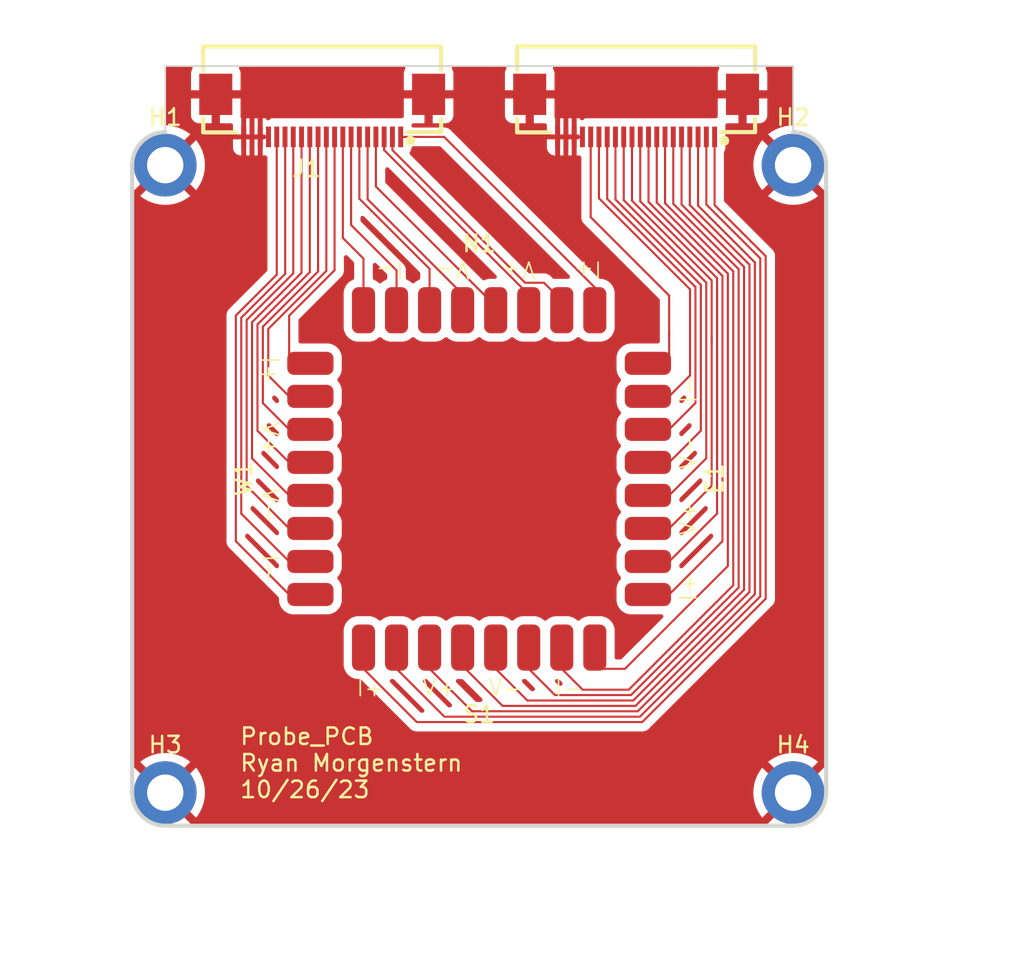
<source format=kicad_pcb>
(kicad_pcb (version 20221018) (generator pcbnew)
  (layers (0 "F.Cu" signal) (31 "B.Cu" signal) (34 "B.Paste" user) (35 "F.Paste" user) (36 "B.SilkS" user "B.Silkscreen") (37 "F.SilkS" user "F.Silkscreen") (38 "B.Mask" user) (39 "F.Mask" user) (44 "Edge.Cuts" user))
  (net 0 "")
  (net 1 "/S_I+")
  (net 2 "/S_V+")
  (net 3 "/S_V-")
  (net 4 "/S_I-")
  (net 5 "/E_I+")
  (net 6 "/E_V+")
  (net 7 "/E_V-")
  (net 8 "/E_I-")
  (net 9 "/W_I+")
  (net 10 "/W_V+")
  (net 11 "/W_V-")
  (net 12 "/W_I-")
  (net 13 "/N_I+")
  (net 14 "/N_V+")
  (net 15 "/N_V-")
  (net 16 "/N_I-")
  (net 17 "Net-(E1-Pin_2)")
  (net 18 "Net-(E1-Pin_4)")
  (net 19 "Net-(E1-Pin_6)")
  (net 20 "Net-(E1-Pin_8)")
  (net 21 "GND")
  (net 22 "Net-(J1-Pin_2)")
  (net 23 "Net-(J1-Pin_4)")
  (net 24 "Net-(J1-Pin_6)")
  (net 25 "Net-(J1-Pin_8)")
  (net 26 "Net-(J1-Pin_10)")
  (net 27 "Net-(J1-Pin_12)")
  (net 28 "Net-(J2-Pin_2)")
  (net 29 "Net-(J2-Pin_4)")
  (net 30 "Net-(J2-Pin_6)")
  (net 31 "Net-(J2-Pin_8)")
  (net 32 "Net-(J1-Pin_16)")
  (net 33 "Net-(J1-Pin_14)")
  (footprint "MountingHole:MountingHole_2.2mm_M2_DIN965_Pad" (layer "F.Cu") (at 19 -19)
    (fp_text reference "H2" (at 0 -2.9) (layer "F.SilkS"))
    (fp_text value "MountingHole_Pad")
    (pad "1" thru_hole circle (at 0 0) (size 3.8 3.8) (drill 2.2) (layers "*.Cu" "*.Mask") (net 21 "GND"))
  )
  (footprint "0_led_probe_footprint_lib:wirebond_8x_0.6x2cm" (layer "F.Cu") (at 0 0)
    (fp_text reference "S1" (at 0 14.25) (layer "F.SilkS"))
    (fp_text value "Conn_01x08")
    (fp_text user "V+" (at -3.5 13.25 unlocked) (layer "F.SilkS") (effects (font (thickness 0.1)) (justify left bottom)))
    (fp_text user "I-" (at 4.5 13.25 unlocked) (layer "F.SilkS") (effects (font (thickness 0.1)) (justify left bottom)))
    (fp_text user "I+" (at -7.5 13.25 unlocked) (layer "F.SilkS") (effects (font (thickness 0.1)) (justify left bottom)))
    (fp_text user "V-" (at 0.5 13.25 unlocked) (layer "F.SilkS") (effects (font (thickness 0.1)) (justify left bottom)))
    (pad "1" smd roundrect (at -7 10.2145) (size 1.4 2.8) (layers "F.Cu" "F.Paste" "F.Mask") (roundrect_rratio 0.2857142857) (net 1 "/S_I+"))
    (pad "2" smd roundrect (at -5 10.2145) (size 1.4 2.8) (layers "F.Cu" "F.Paste" "F.Mask") (roundrect_rratio 0.2857142857) (net 28 "Net-(J2-Pin_2)"))
    (pad "3" smd roundrect (at -3 10.2145) (size 1.4 2.8) (layers "F.Cu" "F.Paste" "F.Mask") (roundrect_rratio 0.2857142857) (net 2 "/S_V+"))
    (pad "4" smd roundrect (at -1 10.2145) (size 1.4 2.8) (layers "F.Cu" "F.Paste" "F.Mask") (roundrect_rratio 0.2857142857) (net 29 "Net-(J2-Pin_4)"))
    (pad "5" smd roundrect (at 1 10.2145) (size 1.4 2.8) (layers "F.Cu" "F.Paste" "F.Mask") (roundrect_rratio 0.2857142857) (net 3 "/S_V-"))
    (pad "6" smd roundrect (at 3 10.2145) (size 1.4 2.8) (layers "F.Cu" "F.Paste" "F.Mask") (roundrect_rratio 0.2857142857) (net 30 "Net-(J2-Pin_6)"))
    (pad "7" smd roundrect (at 5 10.2145) (size 1.4 2.8) (layers "F.Cu" "F.Paste" "F.Mask") (roundrect_rratio 0.2857142857) (net 4 "/S_I-"))
    (pad "8" smd roundrect (at 7 10.2145) (size 1.4 2.8) (layers "F.Cu" "F.Paste" "F.Mask") (roundrect_rratio 0.2857142857) (net 31 "Net-(J2-Pin_8)"))
  )
  (footprint "0_led_probe_footprint_lib:wirebond_8x_0.6x2cm" (layer "F.Cu") (at 0 0 90)
    (fp_text reference "E1" (at 0 14.25 90) (layer "F.SilkS"))
    (fp_text value "Conn_01x08")
    (fp_text user "I-" (at 4.5 13.25 90 unlocked) (layer "F.SilkS") (effects (font (thickness 0.1)) (justify left bottom)))
    (fp_text user "V-" (at 0.5 13.25 90 unlocked) (layer "F.SilkS") (effects (font (thickness 0.1)) (justify left bottom)))
    (fp_text user "V+" (at -3.5 13.25 90 unlocked) (layer "F.SilkS") (effects (font (thickness 0.1)) (justify left bottom)))
    (fp_text user "I+" (at -7.5 13.25 90 unlocked) (layer "F.SilkS") (effects (font (thickness 0.1)) (justify left bottom)))
    (pad "1" smd roundrect (at -7 10.2145 90) (size 1.4 2.8) (layers "F.Cu" "F.Paste" "F.Mask") (roundrect_rratio 0.2857142857) (net 5 "/E_I+"))
    (pad "2" smd roundrect (at -5 10.2145 90) (size 1.4 2.8) (layers "F.Cu" "F.Paste" "F.Mask") (roundrect_rratio 0.2857142857) (net 17 "Net-(E1-Pin_2)"))
    (pad "3" smd roundrect (at -3 10.2145 90) (size 1.4 2.8) (layers "F.Cu" "F.Paste" "F.Mask") (roundrect_rratio 0.2857142857) (net 6 "/E_V+"))
    (pad "4" smd roundrect (at -1 10.2145 90) (size 1.4 2.8) (layers "F.Cu" "F.Paste" "F.Mask") (roundrect_rratio 0.2857142857) (net 18 "Net-(E1-Pin_4)"))
    (pad "5" smd roundrect (at 1 10.2145 90) (size 1.4 2.8) (layers "F.Cu" "F.Paste" "F.Mask") (roundrect_rratio 0.2857142857) (net 7 "/E_V-"))
    (pad "6" smd roundrect (at 3 10.2145 90) (size 1.4 2.8) (layers "F.Cu" "F.Paste" "F.Mask") (roundrect_rratio 0.2857142857) (net 19 "Net-(E1-Pin_6)"))
    (pad "7" smd roundrect (at 5 10.2145 90) (size 1.4 2.8) (layers "F.Cu" "F.Paste" "F.Mask") (roundrect_rratio 0.2857142857) (net 8 "/E_I-"))
    (pad "8" smd roundrect (at 7 10.2145 90) (size 1.4 2.8) (layers "F.Cu" "F.Paste" "F.Mask") (roundrect_rratio 0.2857142857) (net 20 "Net-(E1-Pin_8)"))
  )
  (footprint "0_led_probe_footprint_lib:FPC-SMD_20P-P0.50_XUNPU_FPC-05F-20PH20" (layer "F.Cu") (at -9.5 -22 180)
    (fp_text reference "J1" (at 0 -3.207) (layer "F.SilkS") (effects (justify right)))
    (fp_text value "Conn_01x22")
    (fp_line (start -7.2 -1) (end -5.131 -1) (stroke (width 0.254)) (layer "F.SilkS"))
    (fp_line (start -7.2 -0.194) (end -7.2 -1) (stroke (width 0.254)) (layer "F.SilkS"))
    (fp_line (start -7.2 3.912) (end -7.2 2.769) (stroke (width 0.254)) (layer "F.SilkS"))
    (fp_line (start -7.2 3.912) (end -7.2 4.191) (stroke (width 0.254)) (layer "F.SilkS"))
    (fp_line (start -7.2 4.191) (end 7.2 4.191) (stroke (width 0.254)) (layer "F.SilkS"))
    (fp_line (start 7.2 -1.016) (end 5.223 -1.016) (stroke (width 0.254)) (layer "F.SilkS"))
    (fp_line (start 7.2 -0.194) (end 7.2 -1.016) (stroke (width 0.254)) (layer "F.SilkS"))
    (fp_line (start 7.2 3.912) (end 7.2 2.769) (stroke (width 0.254)) (layer "F.SilkS"))
    (fp_line (start 7.2 3.912) (end 7.2 4.191) (stroke (width 0.254)) (layer "F.SilkS"))
    (fp_circle (center -5.334 -1.524) (end -5.184 -1.524) (stroke (width 0.3)) (fill none) (layer "F.SilkS"))
    (pad "1" smd rect (at -4.75 -1.288 180) (size 0.3 1.25) (layers "F.Cu" "F.Paste" "F.Mask") (net 13 "/N_I+"))
    (pad "2" smd rect (at -4.25 -1.288 180) (size 0.3 1.25) (layers "F.Cu" "F.Paste" "F.Mask") (net 22 "Net-(J1-Pin_2)"))
    (pad "3" smd rect (at -3.75 -1.288 180) (size 0.3 1.25) (layers "F.Cu" "F.Paste" "F.Mask") (net 14 "/N_V+"))
    (pad "4" smd rect (at -3.25 -1.288 180) (size 0.3 1.25) (layers "F.Cu" "F.Paste" "F.Mask") (net 23 "Net-(J1-Pin_4)"))
    (pad "5" smd rect (at -2.75 -1.288 180) (size 0.3 1.25) (layers "F.Cu" "F.Paste" "F.Mask") (net 15 "/N_V-"))
    (pad "6" smd rect (at -2.25 -1.288 180) (size 0.3 1.25) (layers "F.Cu" "F.Paste" "F.Mask") (net 24 "Net-(J1-Pin_6)"))
    (pad "7" smd rect (at -1.75 -1.288 180) (size 0.3 1.25) (layers "F.Cu" "F.Paste" "F.Mask") (net 16 "/N_I-"))
    (pad "8" smd rect (at -1.25 -1.288 180) (size 0.3 1.25) (layers "F.Cu" "F.Paste" "F.Mask") (net 25 "Net-(J1-Pin_8)"))
    (pad "9" smd rect (at -0.75 -1.288 180) (size 0.3 1.25) (layers "F.Cu" "F.Paste" "F.Mask") (net 9 "/W_I+"))
    (pad "10" smd rect (at -0.25 -1.288 180) (size 0.3 1.25) (layers "F.Cu" "F.Paste" "F.Mask") (net 26 "Net-(J1-Pin_10)"))
    (pad "11" smd rect (at 0.25 -1.288 180) (size 0.3 1.25) (layers "F.Cu" "F.Paste" "F.Mask") (net 10 "/W_V+"))
    (pad "12" smd rect (at 0.75 -1.288 180) (size 0.3 1.25) (layers "F.Cu" "F.Paste" "F.Mask") (net 27 "Net-(J1-Pin_12)"))
    (pad "13" smd rect (at 1.25 -1.288 180) (size 0.3 1.25) (layers "F.Cu" "F.Paste" "F.Mask") (net 11 "/W_V-"))
    (pad "14" smd rect (at 1.75 -1.288 180) (size 0.3 1.25) (layers "F.Cu" "F.Paste" "F.Mask") (net 33 "Net-(J1-Pin_14)"))
    (pad "15" smd rect (at 2.25 -1.288 180) (size 0.3 1.25) (layers "F.Cu" "F.Paste" "F.Mask") (net 12 "/W_I-"))
    (pad "16" smd rect (at 2.75 -1.288 180) (size 0.3 1.25) (layers "F.Cu" "F.Paste" "F.Mask") (net 32 "Net-(J1-Pin_16)"))
    (pad "17" smd rect (at 3.25 -1.288 180) (size 0.3 1.25) (layers "F.Cu" "F.Paste" "F.Mask") (net 21 "GND"))
    (pad "18" smd rect (at 3.75 -1.288 180) (size 0.3 1.25) (layers "F.Cu" "F.Paste" "F.Mask") (net 21 "GND"))
    (pad "19" smd rect (at 4.25 -1.288 180) (size 0.3 1.25) (layers "F.Cu" "F.Paste" "F.Mask") (net 21 "GND"))
    (pad "20" smd rect (at 4.75 -1.288 180) (size 0.3 1.25) (layers "F.Cu" "F.Paste" "F.Mask") (net 21 "GND"))
    (pad "21" smd rect (at 6.44 1.287 180) (size 2 2.5) (layers "F.Cu" "F.Paste" "F.Mask") (net 21 "GND"))
    (pad "22" smd rect (at -6.44 1.287 180) (size 2 2.5) (layers "F.Cu" "F.Paste" "F.Mask") (net 21 "GND"))
  )
  (footprint "0_led_probe_footprint_lib:FPC-SMD_20P-P0.50_XUNPU_FPC-05F-20PH20" (layer "F.Cu") (at 9.5 -22 180)
    (fp_text reference "J2" hide)
    (fp_text value "Conn_01x22")
    (fp_line (start -7.2 -1) (end -5.131 -1) (stroke (width 0.254)) (layer "F.SilkS"))
    (fp_line (start -7.2 -0.194) (end -7.2 -1) (stroke (width 0.254)) (layer "F.SilkS"))
    (fp_line (start -7.2 3.912) (end -7.2 2.769) (stroke (width 0.254)) (layer "F.SilkS"))
    (fp_line (start -7.2 3.912) (end -7.2 4.191) (stroke (width 0.254)) (layer "F.SilkS"))
    (fp_line (start -7.2 4.191) (end 7.2 4.191) (stroke (width 0.254)) (layer "F.SilkS"))
    (fp_line (start 7.2 -1.016) (end 5.223 -1.016) (stroke (width 0.254)) (layer "F.SilkS"))
    (fp_line (start 7.2 -0.194) (end 7.2 -1.016) (stroke (width 0.254)) (layer "F.SilkS"))
    (fp_line (start 7.2 3.912) (end 7.2 2.769) (stroke (width 0.254)) (layer "F.SilkS"))
    (fp_line (start 7.2 3.912) (end 7.2 4.191) (stroke (width 0.254)) (layer "F.SilkS"))
    (fp_circle (center -5.334 -1.524) (end -5.184 -1.524) (stroke (width 0.3)) (fill none) (layer "F.SilkS"))
    (pad "1" smd rect (at -4.75 -1.288 180) (size 0.3 1.25) (layers "F.Cu" "F.Paste" "F.Mask") (net 1 "/S_I+"))
    (pad "2" smd rect (at -4.25 -1.288 180) (size 0.3 1.25) (layers "F.Cu" "F.Paste" "F.Mask") (net 28 "Net-(J2-Pin_2)"))
    (pad "3" smd rect (at -3.75 -1.288 180) (size 0.3 1.25) (layers "F.Cu" "F.Paste" "F.Mask") (net 2 "/S_V+"))
    (pad "4" smd rect (at -3.25 -1.288 180) (size 0.3 1.25) (layers "F.Cu" "F.Paste" "F.Mask") (net 29 "Net-(J2-Pin_4)"))
    (pad "5" smd rect (at -2.75 -1.288 180) (size 0.3 1.25) (layers "F.Cu" "F.Paste" "F.Mask") (net 3 "/S_V-"))
    (pad "6" smd rect (at -2.25 -1.288 180) (size 0.3 1.25) (layers "F.Cu" "F.Paste" "F.Mask") (net 30 "Net-(J2-Pin_6)"))
    (pad "7" smd rect (at -1.75 -1.288 180) (size 0.3 1.25) (layers "F.Cu" "F.Paste" "F.Mask") (net 4 "/S_I-"))
    (pad "8" smd rect (at -1.25 -1.288 180) (size 0.3 1.25) (layers "F.Cu" "F.Paste" "F.Mask") (net 31 "Net-(J2-Pin_8)"))
    (pad "9" smd rect (at -0.75 -1.288 180) (size 0.3 1.25) (layers "F.Cu" "F.Paste" "F.Mask") (net 5 "/E_I+"))
    (pad "10" smd rect (at -0.25 -1.288 180) (size 0.3 1.25) (layers "F.Cu" "F.Paste" "F.Mask") (net 17 "Net-(E1-Pin_2)"))
    (pad "11" smd rect (at 0.25 -1.288 180) (size 0.3 1.25) (layers "F.Cu" "F.Paste" "F.Mask") (net 6 "/E_V+"))
    (pad "12" smd rect (at 0.75 -1.288 180) (size 0.3 1.25) (layers "F.Cu" "F.Paste" "F.Mask") (net 18 "Net-(E1-Pin_4)"))
    (pad "13" smd rect (at 1.25 -1.288 180) (size 0.3 1.25) (layers "F.Cu" "F.Paste" "F.Mask") (net 7 "/E_V-"))
    (pad "14" smd rect (at 1.75 -1.288 180) (size 0.3 1.25) (layers "F.Cu" "F.Paste" "F.Mask") (net 19 "Net-(E1-Pin_6)"))
    (pad "15" smd rect (at 2.25 -1.288 180) (size 0.3 1.25) (layers "F.Cu" "F.Paste" "F.Mask") (net 8 "/E_I-"))
    (pad "16" smd rect (at 2.75 -1.288 180) (size 0.3 1.25) (layers "F.Cu" "F.Paste" "F.Mask") (net 20 "Net-(E1-Pin_8)"))
    (pad "17" smd rect (at 3.25 -1.288 180) (size 0.3 1.25) (layers "F.Cu" "F.Paste" "F.Mask") (net 21 "GND"))
    (pad "18" smd rect (at 3.75 -1.288 180) (size 0.3 1.25) (layers "F.Cu" "F.Paste" "F.Mask") (net 21 "GND"))
    (pad "19" smd rect (at 4.25 -1.288 180) (size 0.3 1.25) (layers "F.Cu" "F.Paste" "F.Mask") (net 21 "GND"))
    (pad "20" smd rect (at 4.75 -1.288 180) (size 0.3 1.25) (layers "F.Cu" "F.Paste" "F.Mask") (net 21 "GND"))
    (pad "21" smd rect (at 6.44 1.287 180) (size 2 2.5) (layers "F.Cu" "F.Paste" "F.Mask") (net 21 "GND"))
    (pad "22" smd rect (at -6.44 1.287 180) (size 2 2.5) (layers "F.Cu" "F.Paste" "F.Mask") (net 21 "GND"))
  )
  (footprint "0_led_probe_footprint_lib:wirebond_8x_0.6x2cm" (layer "F.Cu") (at 0 0 -90)
    (fp_text reference "W1" (at 0 14.25 -90) (layer "F.SilkS"))
    (fp_text value "Conn_01x08")
    (fp_text user "V+" (at -3.5 13.25 -90 unlocked) (layer "F.SilkS") (effects (font (thickness 0.1)) (justify left bottom)))
    (fp_text user "V-" (at 0.5 13.25 -90 unlocked) (layer "F.SilkS") (effects (font (thickness 0.1)) (justify left bottom)))
    (fp_text user "I+" (at -7.5 13.25 -90 unlocked) (layer "F.SilkS") (effects (font (thickness 0.1)) (justify left bottom)))
    (fp_text user "I-" (at 4.5 13.25 -90 unlocked) (layer "F.SilkS") (effects (font (thickness 0.1)) (justify left bottom)))
    (pad "1" smd roundrect (at -7 10.2145 270) (size 1.4 2.8) (layers "F.Cu" "F.Paste" "F.Mask") (roundrect_rratio 0.2857142857) (net 9 "/W_I+"))
    (pad "2" smd roundrect (at -5 10.2145 270) (size 1.4 2.8) (layers "F.Cu" "F.Paste" "F.Mask") (roundrect_rratio 0.2857142857) (net 26 "Net-(J1-Pin_10)"))
    (pad "3" smd roundrect (at -3 10.2145 270) (size 1.4 2.8) (layers "F.Cu" "F.Paste" "F.Mask") (roundrect_rratio 0.2857142857) (net 10 "/W_V+"))
    (pad "4" smd roundrect (at -1 10.2145 270) (size 1.4 2.8) (layers "F.Cu" "F.Paste" "F.Mask") (roundrect_rratio 0.2857142857) (net 27 "Net-(J1-Pin_12)"))
    (pad "5" smd roundrect (at 1 10.2145 270) (size 1.4 2.8) (layers "F.Cu" "F.Paste" "F.Mask") (roundrect_rratio 0.2857142857) (net 11 "/W_V-"))
    (pad "6" smd roundrect (at 3 10.2145 270) (size 1.4 2.8) (layers "F.Cu" "F.Paste" "F.Mask") (roundrect_rratio 0.2857142857) (net 33 "Net-(J1-Pin_14)"))
    (pad "7" smd roundrect (at 5 10.2145 270) (size 1.4 2.8) (layers "F.Cu" "F.Paste" "F.Mask") (roundrect_rratio 0.2857142857) (net 12 "/W_I-"))
    (pad "8" smd roundrect (at 7 10.2145 270) (size 1.4 2.8) (layers "F.Cu" "F.Paste" "F.Mask") (roundrect_rratio 0.2857142857) (net 32 "Net-(J1-Pin_16)"))
  )
  (footprint "0_led_probe_footprint_lib:wirebond_8x_0.6x2cm" (layer "F.Cu") (at 0 0 180)
    (fp_text reference "N1" (at 0 14.25 180) (layer "F.SilkS"))
    (fp_text value "Conn_01x08")
    (fp_text user "I+" (at -7.5 13.25 180 unlocked) (layer "F.SilkS") (effects (font (thickness 0.1)) (justify left bottom)))
    (fp_text user "I-" (at 4.5 13.25 180 unlocked) (layer "F.SilkS") (effects (font (thickness 0.1)) (justify left bottom)))
    (fp_text user "V+" (at -3.5 13.25 180 unlocked) (layer "F.SilkS") (effects (font (thickness 0.1)) (justify left bottom)))
    (fp_text user "V-" (at 0.5 13.25 180 unlocked) (layer "F.SilkS") (effects (font (thickness 0.1)) (justify left bottom)))
    (pad "1" smd roundrect (at -7 10.2145 180) (size 1.4 2.8) (layers "F.Cu" "F.Paste" "F.Mask") (roundrect_rratio 0.2857142857) (net 13 "/N_I+"))
    (pad "2" smd roundrect (at -5 10.2145 180) (size 1.4 2.8) (layers "F.Cu" "F.Paste" "F.Mask") (roundrect_rratio 0.2857142857) (net 22 "Net-(J1-Pin_2)"))
    (pad "3" smd roundrect (at -3 10.2145 180) (size 1.4 2.8) (layers "F.Cu" "F.Paste" "F.Mask") (roundrect_rratio 0.2857142857) (net 14 "/N_V+"))
    (pad "4" smd roundrect (at -1 10.2145 180) (size 1.4 2.8) (layers "F.Cu" "F.Paste" "F.Mask") (roundrect_rratio 0.2857142857) (net 23 "Net-(J1-Pin_4)"))
    (pad "5" smd roundrect (at 1 10.2145 180) (size 1.4 2.8) (layers "F.Cu" "F.Paste" "F.Mask") (roundrect_rratio 0.2857142857) (net 15 "/N_V-"))
    (pad "6" smd roundrect (at 3 10.2145 180) (size 1.4 2.8) (layers "F.Cu" "F.Paste" "F.Mask") (roundrect_rratio 0.2857142857) (net 24 "Net-(J1-Pin_6)"))
    (pad "7" smd roundrect (at 5 10.2145 180) (size 1.4 2.8) (layers "F.Cu" "F.Paste" "F.Mask") (roundrect_rratio 0.2857142857) (net 16 "/N_I-"))
    (pad "8" smd roundrect (at 7 10.2145 180) (size 1.4 2.8) (layers "F.Cu" "F.Paste" "F.Mask") (roundrect_rratio 0.2857142857) (net 25 "Net-(J1-Pin_8)"))
  )
  (footprint "MountingHole:MountingHole_2.2mm_M2_DIN965_Pad" (layer "F.Cu") (at 19 19)
    (fp_text reference "H4" (at 0 -2.9) (layer "F.SilkS"))
    (fp_text value "MountingHole_Pad")
    (pad "1" thru_hole circle (at 0 0) (size 3.8 3.8) (drill 2.2) (layers "*.Cu" "*.Mask") (net 21 "GND"))
  )
  (footprint "MountingHole:MountingHole_2.2mm_M2_DIN965_Pad" (layer "F.Cu") (at -19 19)
    (fp_text reference "H3" (at 0 -2.9) (layer "F.SilkS"))
    (fp_text value "MountingHole_Pad")
    (pad "1" thru_hole circle (at 0 0) (size 3.8 3.8) (drill 2.2) (layers "*.Cu" "*.Mask") (net 21 "GND"))
  )
  (footprint "MountingHole:MountingHole_2.2mm_M2_DIN965_Pad" (layer "F.Cu") (at -19 -19)
    (fp_text reference "H1" (at 0 -2.9) (layer "F.SilkS"))
    (fp_text value "MountingHole_Pad")
    (pad "1" thru_hole circle (at 0 0) (size 3.8 3.8) (drill 2.2) (layers "*.Cu" "*.Mask") (net 21 "GND"))
  )
  (gr_arc (start 19 -21) (mid 20.414214 -20.414214) (end 21 -19) (stroke (width 0.25)) (layer "Edge.Cuts"))
  (gr_arc (start 21 19) (mid 20.414214 20.414214) (end 19 21) (stroke (width 0.25)) (layer "Edge.Cuts"))
  (gr_arc (start -19 21) (mid -20.414214 20.414214) (end -21 19) (stroke (width 0.25)) (layer "Edge.Cuts"))
  (gr_line (start -19 -25) (end 19 -25) (stroke (width 0.1)) (layer "Edge.Cuts"))
  (gr_line (start -21 -19) (end -21 19) (stroke (width 0.25)) (layer "Edge.Cuts"))
  (gr_line (start -19 21) (end 19 21) (stroke (width 0.25)) (layer "Edge.Cuts"))
  (gr_line (start 21 19) (end 21 -19) (stroke (width 0.25)) (layer "Edge.Cuts"))
  (gr_line (start -19 -21) (end -19 -25) (stroke (width 0.1)) (layer "Edge.Cuts"))
  (gr_line (start 19 -21) (end 19 -25) (stroke (width 0.1)) (layer "Edge.Cuts"))
  (gr_arc (start -21 -19) (mid -20.414214 -20.414214) (end -19 -21) (stroke (width 0.25)) (layer "Edge.Cuts"))
  (gr_text "Probe_PCB\nRyan Morgenstern\n10/26/23" (at -14.55 19.4) (layer "F.SilkS") (effects (font (size 1 1)) (justify left bottom)))
  (segment (start -3.7745 14.7255) (end 9.869188 14.7255) (width 0.127) (layer "F.Cu") (net 1))
  (segment (start 17.3415 7.253188) (end 17.3415 -13.4885) (width 0.127) (layer "F.Cu") (net 1))
  (segment (start 17.3415 -13.4885) (end 14.25 -16.58) (width 0.127) (layer "F.Cu") (net 1))
  (segment (start 9.869188 14.7255) (end 17.3415 7.253188) (width 0.127) (layer "F.Cu") (net 1))
  (segment (start -7 9.7145) (end -7 11.5) (width 0.127) (layer "F.Cu") (net 1))
  (segment (start 14.25 -20.712) (end 14.25 -16.58) (width 0.127) (layer "F.Cu") (net 1))
  (segment (start -7 11.5) (end -3.7745 14.7255) (width 0.127) (layer "F.Cu") (net 1))
  (segment (start 16.6875 6.982292) (end 9.598292 14.0715) (width 0.127) (layer "F.Cu") (net 2))
  (segment (start -3 11.5) (end -3 9.7145) (width 0.127) (layer "F.Cu") (net 2))
  (segment (start 9.598292 14.0715) (end -0.4285 14.0715) (width 0.127) (layer "F.Cu") (net 2))
  (segment (start 13.25 -16.545) (end 16.6875 -13.1075) (width 0.127) (layer "F.Cu") (net 2))
  (segment (start 13.25 -20.712) (end 13.25 -16.545) (width 0.127) (layer "F.Cu") (net 2))
  (segment (start -0.4285 14.0715) (end -3 11.5) (width 0.127) (layer "F.Cu") (net 2))
  (segment (start 16.6875 -13.1075) (end 16.6875 6.982292) (width 0.127) (layer "F.Cu") (net 2))
  (segment (start 12.25 -16.620104) (end 16.0335 -12.836604) (width 0.127) (layer "F.Cu") (net 3))
  (segment (start 1 11.5) (end 1 9.7145) (width 0.127) (layer "F.Cu") (net 3))
  (segment (start 12.25 -20.712) (end 12.25 -16.620104) (width 0.127) (layer "F.Cu") (net 3))
  (segment (start 2.9175 13.4175) (end 1 11.5) (width 0.127) (layer "F.Cu") (net 3))
  (segment (start 16.0335 -12.836604) (end 16.0335 6.711396) (width 0.127) (layer "F.Cu") (net 3))
  (segment (start 16.0335 6.711396) (end 9.327396 13.4175) (width 0.127) (layer "F.Cu") (net 3))
  (segment (start 9.327396 13.4175) (end 2.9175 13.4175) (width 0.127) (layer "F.Cu") (net 3))
  (segment (start 15.3795 6.4405) (end 9.0565 12.7635) (width 0.127) (layer "F.Cu") (net 4))
  (segment (start 5 11.5) (end 5 9.7145) (width 0.127) (layer "F.Cu") (net 4))
  (segment (start 9.0565 12.7635) (end 6.2635 12.7635) (width 0.127) (layer "F.Cu") (net 4))
  (segment (start 11.25 -20.712) (end 11.25 -16.695208) (width 0.127) (layer "F.Cu") (net 4))
  (segment (start 6.2635 12.7635) (end 5 11.5) (width 0.127) (layer "F.Cu") (net 4))
  (segment (start 15.3795 -12.565708) (end 15.3795 6.4405) (width 0.127) (layer "F.Cu") (net 4))
  (segment (start 11.25 -16.695208) (end 15.3795 -12.565708) (width 0.127) (layer "F.Cu") (net 4))
  (segment (start 11.5 7) (end 14.7255 3.7745) (width 0.127) (layer "F.Cu") (net 5))
  (segment (start 9.7145 7) (end 11.5 7) (width 0.127) (layer "F.Cu") (net 5))
  (segment (start 10.25 -20.712) (end 10.25 -16.770312) (width 0.127) (layer "F.Cu") (net 5))
  (segment (start 14.7255 -12.294812) (end 10.25 -16.770312) (width 0.127) (layer "F.Cu") (net 5))
  (segment (start 14.7255 3.7745) (end 14.7255 -12.294812) (width 0.127) (layer "F.Cu") (net 5))
  (segment (start 14.0715 -12.023916) (end 14.0715 -8.25) (width 0.127) (layer "F.Cu") (net 6))
  (segment (start 9.25 -20.712) (end 9.25 -16.845416) (width 0.127) (layer "F.Cu") (net 6))
  (segment (start 11.5 3) (end 9.7145 3) (width 0.127) (layer "F.Cu") (net 6))
  (segment (start 9.25 -16.845416) (end 14.0715 -12.023916) (width 0.127) (layer "F.Cu") (net 6))
  (segment (start 14.0715 -8.56774) (end 14.0715 -8.25) (width 0.127) (layer "F.Cu") (net 6))
  (segment (start 14.0715 0.4285) (end 11.5 3) (width 0.127) (layer "F.Cu") (net 6))
  (segment (start 14.0715 -8.25) (end 14.0715 0.4285) (width 0.127) (layer "F.Cu") (net 6))
  (segment (start 13.4175 -11.75302) (end 13.4175 -2.9175) (width 0.127) (layer "F.Cu") (net 7))
  (segment (start 13.4175 -2.9175) (end 11.5 -1) (width 0.127) (layer "F.Cu") (net 7))
  (segment (start 8.25 -16.92052) (end 13.4175 -11.75302) (width 0.127) (layer "F.Cu") (net 7))
  (segment (start 11.5 -1) (end 9.7145 -1) (width 0.127) (layer "F.Cu") (net 7))
  (segment (start 8.25 -20.712) (end 8.25 -16.92052) (width 0.127) (layer "F.Cu") (net 7))
  (segment (start 12.7635 -6.2635) (end 12.7635 -11.482124) (width 0.127) (layer "F.Cu") (net 8))
  (segment (start 7.25 -16.995624) (end 12.7635 -11.482124) (width 0.127) (layer "F.Cu") (net 8))
  (segment (start 9.7145 -5) (end 11.5 -5) (width 0.127) (layer "F.Cu") (net 8))
  (segment (start 11.5 -5) (end 12.7635 -6.2635) (width 0.127) (layer "F.Cu") (net 8))
  (segment (start 7.25 -20.712) (end 7.25 -16.995624) (width 0.127) (layer "F.Cu") (net 8))
  (segment (start -11.25 -7) (end -11.5 -7.25) (width 0.127) (layer "F.Cu") (net 9))
  (segment (start -9.7145 -7) (end -11.25 -7) (width 0.127) (layer "F.Cu") (net 9))
  (segment (start -11.5 -9.883552) (end -8.75 -12.633552) (width 0.127) (layer "F.Cu") (net 9))
  (segment (start -11.5 -7.25) (end -11.5 -9.883552) (width 0.127) (layer "F.Cu") (net 9))
  (segment (start -8.75 -12.633552) (end -8.75 -20.712) (width 0.127) (layer "F.Cu") (net 9))
  (segment (start -13.0905 -9.217948) (end -9.75 -12.558448) (width 0.127) (layer "F.Cu") (net 10))
  (segment (start -13.0905 -4.5905) (end -13.0905 -9.217948) (width 0.127) (layer "F.Cu") (net 10))
  (segment (start -11.5 -3) (end -13.0905 -4.5905) (width 0.127) (layer "F.Cu") (net 10))
  (segment (start -11.5 -3) (end -9.7145 -3) (width 0.127) (layer "F.Cu") (net 10))
  (segment (start -9.75 -12.558448) (end -9.75 -20.712) (width 0.127) (layer "F.Cu") (net 10))
  (segment (start -10.75 -20.712) (end -10.75 -12.483344) (width 0.127) (layer "F.Cu") (net 11))
  (segment (start -11.5 1) (end -9.7145 1) (width 0.127) (layer "F.Cu") (net 11))
  (segment (start -10.75 -12.483344) (end -13.7445 -9.488844) (width 0.127) (layer "F.Cu") (net 11))
  (segment (start -13.7445 -1.2445) (end -13.7445 -9.488844) (width 0.127) (layer "F.Cu") (net 11))
  (segment (start -11.5 1) (end -13.7445 -1.2445) (width 0.127) (layer "F.Cu") (net 11))
  (segment (start -11.5 5) (end -9.7145 5) (width 0.127) (layer "F.Cu") (net 12))
  (segment (start -11.5 5) (end -14.3985 2.1015) (width 0.127) (layer "F.Cu") (net 12))
  (segment (start -11.74 -12.41824) (end -14.3985 -9.75974) (width 0.127) (layer "F.Cu") (net 12))
  (segment (start -14.3985 2.1015) (end -14.3985 -9.75974) (width 0.127) (layer "F.Cu") (net 12))
  (segment (start -11.75 -20.712) (end -11.74 -20.702) (width 0.127) (layer "F.Cu") (net 12))
  (segment (start -11.74 -20.702) (end -11.74 -12.41824) (width 0.127) (layer "F.Cu") (net 12))
  (segment (start -4.75 -20.712) (end -2.122 -20.712) (width 0.127) (layer "F.Cu") (net 13))
  (segment (start 7 -11.59) (end 7 -9.7145) (width 0.127) (layer "F.Cu") (net 13))
  (segment (start -2.122 -20.712) (end 7 -11.59) (width 0.127) (layer "F.Cu") (net 13))
  (segment (start 3 -10.452831) (end 3 -10.2145) (width 0.127) (layer "F.Cu") (net 14))
  (segment (start 3 -11.16) (end 3 -10.2145) (width 0.127) (layer "F.Cu") (net 14))
  (segment (start -5.75 -19.91) (end 3 -11.16) (width 0.127) (layer "F.Cu") (net 14))
  (segment (start -5.75 -20.712) (end -5.75 -19.91) (width 0.127) (layer "F.Cu") (net 14))
  (segment (start 3 -11.5) (end 3 -9.7145) (width 0.127) (layer "F.Cu") (net 14))
  (segment (start -6.75 -16.932448) (end -1 -11.182448) (width 0.127) (layer "F.Cu") (net 15))
  (segment (start -1 -11.5) (end -1 -9.7145) (width 0.127) (layer "F.Cu") (net 15))
  (segment (start -6.75 -20.712) (end -6.75 -16.932448) (width 0.127) (layer "F.Cu") (net 15))
  (segment (start -1 -11.182448) (end -1 -10.2145) (width 0.127) (layer "F.Cu") (net 15))
  (segment (start -7.75 -15.373) (end -5 -12.623) (width 0.127) (layer "F.Cu") (net 16))
  (segment (start -5 -12.623) (end -5 -9.7145) (width 0.127) (layer "F.Cu") (net 16))
  (segment (start -7.75 -20.712) (end -7.75 -15.373) (width 0.127) (layer "F.Cu") (net 16))
  (segment (start 14.3985 2.1015) (end 11.5 5) (width 0.127) (layer "F.Cu") (net 17))
  (segment (start 11.5 5) (end 9.7145 5) (width 0.127) (layer "F.Cu") (net 17))
  (segment (start 9.75 -16.807864) (end 14.3985 -12.159364) (width 0.127) (layer "F.Cu") (net 17))
  (segment (start 9.75 -16.807864) (end 9.75 -20.712) (width 0.127) (layer "F.Cu") (net 17))
  (segment (start 14.3985 -12.159364) (end 14.3985 2.1015) (width 0.127) (layer "F.Cu") (net 17))
  (segment (start 8.75 -16.882968) (end 13.7445 -11.888468) (width 0.127) (layer "F.Cu") (net 18))
  (segment (start 13.7445 -1.2445) (end 11.5 1) (width 0.127) (layer "F.Cu") (net 18))
  (segment (start 8.75 -20.712) (end 8.75 -16.882968) (width 0.127) (layer "F.Cu") (net 18))
  (segment (start 13.7445 -11.888468) (end 13.7445 -1.2445) (width 0.127) (layer "F.Cu") (net 18))
  (segment (start 11.5 1) (end 9.7145 1) (width 0.127) (layer "F.Cu") (net 18))
  (segment (start 13.0905 -11.617572) (end 7.75 -16.958072) (width 0.127) (layer "F.Cu") (net 19))
  (segment (start 7.75 -16.958072) (end 7.75 -20.712) (width 0.127) (layer "F.Cu") (net 19))
  (segment (start 11.5 -3) (end 9.7145 -3) (width 0.127) (layer "F.Cu") (net 19))
  (segment (start 13.0905 -11.617572) (end 13.0905 -4.5905) (width 0.127) (layer "F.Cu") (net 19))
  (segment (start 13.0905 -4.5905) (end 11.5 -3) (width 0.127) (layer "F.Cu") (net 19))
  (segment (start 6.75 -20.712) (end 6.75 -15.85) (width 0.127) (layer "F.Cu") (net 20))
  (segment (start 6.75 -15.85) (end 11.5 -11.1) (width 0.127) (layer "F.Cu") (net 20))
  (segment (start 11.5 -11.1) (end 11.5 -8.71) (width 0.127) (layer "F.Cu") (net 20))
  (segment (start 11.5 -8.71) (end 11.5 -7) (width 0.127) (layer "F.Cu") (net 20))
  (segment (start 11.5 -7) (end 9.7145 -7) (width 0.127) (layer "F.Cu") (net 20))
  (segment (start 11.5 -8.827) (end 11.5 -8.71) (width 0.127) (layer "F.Cu") (net 20))
  (segment (start -12.75 -20.712) (end -14.25 -20.712) (width 0.127) (layer "F.Cu") (net 21))
  (segment (start 6.25 -20.712) (end 4.75 -20.712) (width 0.127) (layer "F.Cu") (net 21))
  (segment (start 18.8 19) (end 18.75 18.95) (width 0.127) (layer "F.Cu") (net 21))
  (segment (start -5.25 -19.91) (end 2.782 -11.878) (width 0.127) (layer "F.Cu") (net 22))
  (segment (start -5.25 -20.712) (end -5.25 -19.91) (width 0.127) (layer "F.Cu") (net 22))
  (segment (start 5 -10.8) (end 5 -10.2145) (width 0.127) (layer "F.Cu") (net 22))
  (segment (start 3.922 -11.878) (end 5 -10.8) (width 0.127) (layer "F.Cu") (net 22))
  (segment (start 5 -9.7145) (end 5 -11.27) (width 0.127) (layer "F.Cu") (net 22))
  (segment (start 2.782 -11.878) (end 3.922 -11.878) (width 0.127) (layer "F.Cu") (net 22))
  (segment (start -6.25 -17.702831) (end 1 -10.452831) (width 0.127) (layer "F.Cu") (net 23))
  (segment (start -6.25 -20.712) (end -6.25 -17.702831) (width 0.127) (layer "F.Cu") (net 23))
  (segment (start 1 -10.452831) (end 1 -10.2145) (width 0.127) (layer "F.Cu") (net 23))
  (segment (start 1 -11.5) (end 1 -9.7145) (width 0.127) (layer "F.Cu") (net 23))
  (segment (start -7.25 -20.712) (end -7.25 -16.97) (width 0.127) (layer "F.Cu") (net 24))
  (segment (start -7.25 -16.97) (end -3 -12.72) (width 0.127) (layer "F.Cu") (net 24))
  (segment (start -3 -12.72) (end -3 -9.7145) (width 0.127) (layer "F.Cu") (net 24))
  (segment (start -8.25 -20.712) (end -8.25 -14.5905) (width 0.127) (layer "F.Cu") (net 25))
  (segment (start -8.25 -14.5905) (end -7 -13.3405) (width 0.127) (layer "F.Cu") (net 25))
  (segment (start -7 -13.3405) (end -7 -9.7145) (width 0.127) (layer "F.Cu") (net 25))
  (segment (start -9.25 -20.712) (end -9.25 -12.596) (width 0.127) (layer "F.Cu") (net 26))
  (segment (start -11.5 -5) (end -9.7145 -5) (width 0.127) (layer "F.Cu") (net 26))
  (segment (start -12.7635 -9.0825) (end -12.7635 -6.2635) (width 0.127) (layer "F.Cu") (net 26))
  (segment (start -9.25 -12.596) (end -12.7635 -9.0825) (width 0.127) (layer "F.Cu") (net 26))
  (segment (start -12.7635 -6.2635) (end -11.5 -5) (width 0.127) (layer "F.Cu") (net 26))
  (segment (start -10.25 -20.712) (end -10.25 -12.520896) (width 0.127) (layer "F.Cu") (net 27))
  (segment (start -11.5 -1) (end -13.4175 -2.9175) (width 0.127) (layer "F.Cu") (net 27))
  (segment (start -10.25 -12.520896) (end -13.4175 -9.353396) (width 0.127) (layer "F.Cu") (net 27))
  (segment (start -11.5 -1) (end -9.7145 -1) (width 0.127) (layer "F.Cu") (net 27))
  (segment (start -13.4175 -2.9175) (end -13.4175 -9.353396) (width 0.127) (layer "F.Cu") (net 27))
  (segment (start 9.73374 14.3985) (end -2.1015 14.3985) (width 0.127) (layer "F.Cu") (net 28))
  (segment (start -2.1015 14.3985) (end -5 11.5) (width 0.127) (layer "F.Cu") (net 28))
  (segment (start 13.75 -20.712) (end 13.75 -16.617552) (width 0.127) (layer "F.Cu") (net 28))
  (segment (start 13.75 -16.617552) (end 17.0145 -13.353052) (width 0.127) (layer "F.Cu") (net 28))
  (segment (start 17.0145 -13.353052) (end 17.0145 7.11774) (width 0.127) (layer "F.Cu") (net 28))
  (segment (start -5 11.5) (end -5 9.7145) (width 0.127) (layer "F.Cu") (net 28))
  (segment (start 17.0145 7.11774) (end 9.73374 14.3985) (width 0.127) (layer "F.Cu") (net 28))
  (segment (start 16.3605 -12.972052) (end 16.3605 6.846844) (width 0.127) (layer "F.Cu") (net 29))
  (segment (start 16.3605 6.846844) (end 9.462844 13.7445) (width 0.127) (layer "F.Cu") (net 29))
  (segment (start 12.75 -16.582552) (end 12.75 -20.712) (width 0.127) (layer "F.Cu") (net 29))
  (segment (start 1.4175 13.7445) (end -1 11.327) (width 0.127) (layer "F.Cu") (net 29))
  (segment (start 12.75 -16.582552) (end 16.3605 -12.972052) (width 0.127) (layer "F.Cu") (net 29))
  (segment (start -1 11.327) (end -1 9.7145) (width 0.127) (layer "F.Cu") (net 29))
  (segment (start 9.462844 13.7445) (end 1.4175 13.7445) (width 0.127) (layer "F.Cu") (net 29))
  (segment (start 15.7065 6.575948) (end 15.7065 -12.701156) (width 0.127) (layer "F.Cu") (net 30))
  (segment (start 3 11.5) (end 4.5905 13.0905) (width 0.127) (layer "F.Cu") (net 30))
  (segment (start 9.191948 13.0905) (end 15.7065 6.575948) (width 0.127) (layer "F.Cu") (net 30))
  (segment (start 15.7065 -12.701156) (end 11.75 -16.657656) (width 0.127) (layer "F.Cu") (net 30))
  (segment (start 3 9.7145) (end 3 11.5) (width 0.127) (layer "F.Cu") (net 30))
  (segment (start 11.75 -16.657656) (end 11.75 -20.712) (width 0.127) (layer "F.Cu") (net 30))
  (segment (start 4.5905 13.0905) (end 9.191948 13.0905) (width 0.127) (layer "F.Cu") (net 30))
  (segment (start 10.75 -16.73276) (end 10.75 -20.712) (width 0.127) (layer "F.Cu") (net 31))
  (segment (start 7.25 11.5) (end 7 11.25) (width 0.127) (layer "F.Cu") (net 31))
  (segment (start 15.0525 5.2745) (end 8.827 11.5) (width 0.127) (layer "F.Cu") (net 31))
  (segment (start 8.827 11.5) (end 7.25 11.5) (width 0.127) (layer "F.Cu") (net 31))
  (segment (start 15.0525 -12.43026) (end 15.0525 5.2745) (width 0.127) (layer "F.Cu") (net 31))
  (segment (start 7 11.25) (end 7 9.7145) (width 0.127) (layer "F.Cu") (net 31))
  (segment (start 10.75 -16.73276) (end 15.0525 -12.43026) (width 0.127) (layer "F.Cu") (net 31))
  (segment (start -12.25 -20.712) (end -12.25 -12.370688) (width 0.127) (layer "F.Cu") (net 32))
  (segment (start -11.5 7) (end -14.7255 3.7745) (width 0.127) (layer "F.Cu") (net 32))
  (segment (start -12.25 -12.370688) (end -12.275344 -12.345344) (width 0.127) (layer "F.Cu") (net 32))
  (segment (start -11.5 7) (end -9.7145 7) (width 0.127) (layer "F.Cu") (net 32))
  (segment (start -14.7255 -9.895188) (end -12.275344 -12.345344) (width 0.127) (layer "F.Cu") (net 32))
  (segment (start -14.7255 3.7745) (end -14.7255 -9.895188) (width 0.127) (layer "F.Cu") (net 32))
  (segment (start -11.25 -12.445792) (end -11.25 -20.712) (width 0.127) (layer "F.Cu") (net 33))
  (segment (start -14.0715 -9.624292) (end -11.25 -12.445792) (width 0.127) (layer "F.Cu") (net 33))
  (segment (start -11.5 3) (end -14.0715 0.4285) (width 0.127) (layer "F.Cu") (net 33))
  (segment (start -11.5 3) (end -9.7145 3) (width 0.127) (layer "F.Cu") (net 33))
  (segment (start -14.0715 0.4285) (end -14.0715 -9.624292) (width 0.127) (layer "F.Cu") (net 33))
  (zone (net 21) (net_name "GND") (layer "F.Cu") (connect_pads (clearance 0.5)) (min_thickness 0.25) (fill yes (thermal_gap 0.5) (thermal_bridge_width 0.5) (island_removal_mode 1) (island_area_min 10))
    (polygon (pts (xy -29 -29) (xy 33 -29) (xy 33 30) (xy -29 30)))
  )
)
</source>
